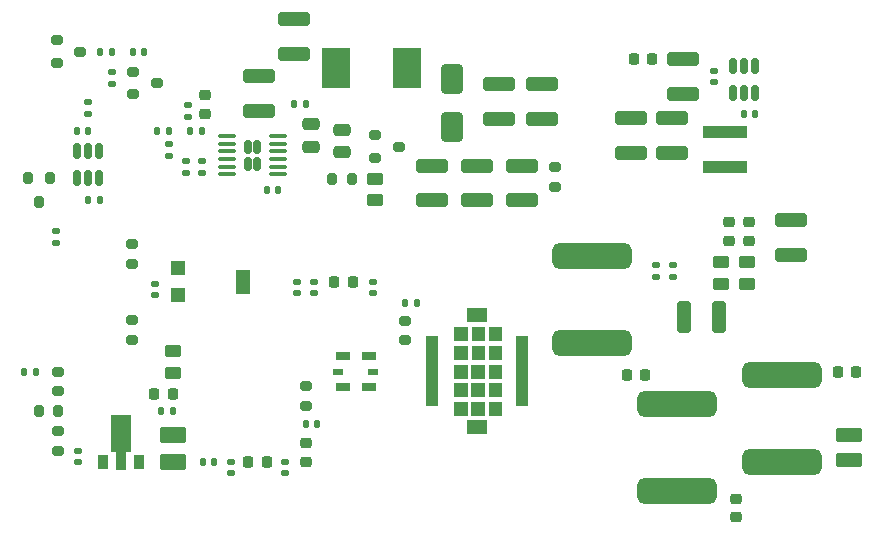
<source format=gtp>
%TF.GenerationSoftware,KiCad,Pcbnew,7.0.1*%
%TF.CreationDate,2023-07-29T01:53:36-07:00*%
%TF.ProjectId,FET_Amplifier_HW,4645545f-416d-4706-9c69-666965725f48,rev?*%
%TF.SameCoordinates,PX4b571c0PY5a995c0*%
%TF.FileFunction,Paste,Top*%
%TF.FilePolarity,Positive*%
%FSLAX46Y46*%
G04 Gerber Fmt 4.6, Leading zero omitted, Abs format (unit mm)*
G04 Created by KiCad (PCBNEW 7.0.1) date 2023-07-29 01:53:36*
%MOMM*%
%LPD*%
G01*
G04 APERTURE LIST*
G04 Aperture macros list*
%AMRoundRect*
0 Rectangle with rounded corners*
0 $1 Rounding radius*
0 $2 $3 $4 $5 $6 $7 $8 $9 X,Y pos of 4 corners*
0 Add a 4 corners polygon primitive as box body*
4,1,4,$2,$3,$4,$5,$6,$7,$8,$9,$2,$3,0*
0 Add four circle primitives for the rounded corners*
1,1,$1+$1,$2,$3*
1,1,$1+$1,$4,$5*
1,1,$1+$1,$6,$7*
1,1,$1+$1,$8,$9*
0 Add four rect primitives between the rounded corners*
20,1,$1+$1,$2,$3,$4,$5,0*
20,1,$1+$1,$4,$5,$6,$7,0*
20,1,$1+$1,$6,$7,$8,$9,0*
20,1,$1+$1,$8,$9,$2,$3,0*%
%AMFreePoly0*
4,1,9,3.862500,-0.866500,0.737500,-0.866500,0.737500,-0.450000,-0.737500,-0.450000,-0.737500,0.450000,0.737500,0.450000,0.737500,0.866500,3.862500,0.866500,3.862500,-0.866500,3.862500,-0.866500,$1*%
G04 Aperture macros list end*
%ADD10C,0.120000*%
%ADD11RoundRect,0.225000X0.250000X-0.225000X0.250000X0.225000X-0.250000X0.225000X-0.250000X-0.225000X0*%
%ADD12RoundRect,0.250000X0.850000X-0.375000X0.850000X0.375000X-0.850000X0.375000X-0.850000X-0.375000X0*%
%ADD13RoundRect,0.225000X0.225000X0.250000X-0.225000X0.250000X-0.225000X-0.250000X0.225000X-0.250000X0*%
%ADD14RoundRect,0.135000X-0.185000X0.135000X-0.185000X-0.135000X0.185000X-0.135000X0.185000X0.135000X0*%
%ADD15RoundRect,0.218750X-0.218750X-0.256250X0.218750X-0.256250X0.218750X0.256250X-0.218750X0.256250X0*%
%ADD16RoundRect,0.250000X-1.100000X0.325000X-1.100000X-0.325000X1.100000X-0.325000X1.100000X0.325000X0*%
%ADD17RoundRect,0.200000X0.200000X0.275000X-0.200000X0.275000X-0.200000X-0.275000X0.200000X-0.275000X0*%
%ADD18RoundRect,0.135000X0.135000X0.185000X-0.135000X0.185000X-0.135000X-0.185000X0.135000X-0.185000X0*%
%ADD19RoundRect,0.250000X1.100000X-0.325000X1.100000X0.325000X-1.100000X0.325000X-1.100000X-0.325000X0*%
%ADD20RoundRect,0.200000X-0.300000X-0.200000X0.300000X-0.200000X0.300000X0.200000X-0.300000X0.200000X0*%
%ADD21RoundRect,0.200000X0.275000X-0.200000X0.275000X0.200000X-0.275000X0.200000X-0.275000X-0.200000X0*%
%ADD22RoundRect,0.150000X0.150000X-0.512500X0.150000X0.512500X-0.150000X0.512500X-0.150000X-0.512500X0*%
%ADD23RoundRect,0.140000X-0.170000X0.140000X-0.170000X-0.140000X0.170000X-0.140000X0.170000X0.140000X0*%
%ADD24RoundRect,0.150000X-0.150000X0.512500X-0.150000X-0.512500X0.150000X-0.512500X0.150000X0.512500X0*%
%ADD25RoundRect,0.140000X0.140000X0.170000X-0.140000X0.170000X-0.140000X-0.170000X0.140000X-0.170000X0*%
%ADD26R,1.300000X1.300000*%
%ADD27R,1.300000X2.000000*%
%ADD28R,0.900000X1.300000*%
%ADD29FreePoly0,90.000000*%
%ADD30RoundRect,0.135000X0.185000X-0.135000X0.185000X0.135000X-0.185000X0.135000X-0.185000X-0.135000X0*%
%ADD31RoundRect,0.200000X-0.275000X0.200000X-0.275000X-0.200000X0.275000X-0.200000X0.275000X0.200000X0*%
%ADD32RoundRect,0.218750X0.256250X-0.218750X0.256250X0.218750X-0.256250X0.218750X-0.256250X-0.218750X0*%
%ADD33RoundRect,0.140000X0.170000X-0.140000X0.170000X0.140000X-0.170000X0.140000X-0.170000X-0.140000X0*%
%ADD34RoundRect,0.250000X0.650000X-1.000000X0.650000X1.000000X-0.650000X1.000000X-0.650000X-1.000000X0*%
%ADD35RoundRect,0.100000X0.400000X-2.900000X0.400000X2.900000X-0.400000X2.900000X-0.400000X-2.900000X0*%
%ADD36R,1.700000X1.200000*%
%ADD37RoundRect,0.140000X-0.140000X-0.170000X0.140000X-0.170000X0.140000X0.170000X-0.140000X0.170000X0*%
%ADD38R,2.350000X3.500000*%
%ADD39RoundRect,0.200000X-0.200000X0.300000X-0.200000X-0.300000X0.200000X-0.300000X0.200000X0.300000X0*%
%ADD40RoundRect,0.250000X0.475000X-0.250000X0.475000X0.250000X-0.475000X0.250000X-0.475000X-0.250000X0*%
%ADD41RoundRect,0.250001X-0.849999X0.462499X-0.849999X-0.462499X0.849999X-0.462499X0.849999X0.462499X0*%
%ADD42RoundRect,0.135000X-0.135000X-0.185000X0.135000X-0.185000X0.135000X0.185000X-0.135000X0.185000X0*%
%ADD43RoundRect,0.250000X-0.450000X0.262500X-0.450000X-0.262500X0.450000X-0.262500X0.450000X0.262500X0*%
%ADD44RoundRect,0.540000X-2.825000X0.540000X-2.825000X-0.540000X2.825000X-0.540000X2.825000X0.540000X0*%
%ADD45RoundRect,0.250000X0.450000X-0.262500X0.450000X0.262500X-0.450000X0.262500X-0.450000X-0.262500X0*%
%ADD46RoundRect,0.250000X-0.325000X-1.100000X0.325000X-1.100000X0.325000X1.100000X-0.325000X1.100000X0*%
%ADD47RoundRect,0.225000X-0.250000X0.225000X-0.250000X-0.225000X0.250000X-0.225000X0.250000X0.225000X0*%
%ADD48RoundRect,0.540000X2.825000X-0.540000X2.825000X0.540000X-2.825000X0.540000X-2.825000X-0.540000X0*%
%ADD49R,3.700000X1.100000*%
%ADD50RoundRect,0.200000X-0.200000X-0.275000X0.200000X-0.275000X0.200000X0.275000X-0.200000X0.275000X0*%
%ADD51RoundRect,0.015000X-0.410000X-0.210000X0.410000X-0.210000X0.410000X0.210000X-0.410000X0.210000X0*%
%ADD52RoundRect,0.045000X-0.580000X-0.280000X0.580000X-0.280000X0.580000X0.280000X-0.580000X0.280000X0*%
%ADD53RoundRect,0.167500X-0.167500X-0.407500X0.167500X-0.407500X0.167500X0.407500X-0.167500X0.407500X0*%
%ADD54RoundRect,0.100000X-0.625000X-0.100000X0.625000X-0.100000X0.625000X0.100000X-0.625000X0.100000X0*%
G04 APERTURE END LIST*
D10*
%TO.C,Q1*%
X43550000Y10800000D02*
X44600000Y10800000D01*
X44600000Y10800000D02*
X44600000Y11900000D01*
X44600000Y11900000D02*
X43550000Y11900000D01*
X43550000Y11900000D02*
X43550000Y10800000D01*
G36*
X43550000Y10800000D02*
G01*
X44600000Y10800000D01*
X44600000Y11900000D01*
X43550000Y11900000D01*
X43550000Y10800000D01*
G37*
X44975000Y10800000D02*
X46025000Y10800000D01*
X46025000Y10800000D02*
X46025000Y11900000D01*
X46025000Y11900000D02*
X44975000Y11900000D01*
X44975000Y11900000D02*
X44975000Y10800000D01*
G36*
X44975000Y10800000D02*
G01*
X46025000Y10800000D01*
X46025000Y11900000D01*
X44975000Y11900000D01*
X44975000Y10800000D01*
G37*
X46450000Y10800000D02*
X47500000Y10800000D01*
X47500000Y10800000D02*
X47500000Y11900000D01*
X47500000Y11900000D02*
X46450000Y11900000D01*
X46450000Y11900000D02*
X46450000Y10800000D01*
G36*
X46450000Y10800000D02*
G01*
X47500000Y10800000D01*
X47500000Y11900000D01*
X46450000Y11900000D01*
X46450000Y10800000D01*
G37*
X43550000Y12400000D02*
X44600000Y12400000D01*
X44600000Y12400000D02*
X44600000Y13500000D01*
X44600000Y13500000D02*
X43550000Y13500000D01*
X43550000Y13500000D02*
X43550000Y12400000D01*
G36*
X43550000Y12400000D02*
G01*
X44600000Y12400000D01*
X44600000Y13500000D01*
X43550000Y13500000D01*
X43550000Y12400000D01*
G37*
X44975000Y12400000D02*
X46025000Y12400000D01*
X46025000Y12400000D02*
X46025000Y13500000D01*
X46025000Y13500000D02*
X44975000Y13500000D01*
X44975000Y13500000D02*
X44975000Y12400000D01*
G36*
X44975000Y12400000D02*
G01*
X46025000Y12400000D01*
X46025000Y13500000D01*
X44975000Y13500000D01*
X44975000Y12400000D01*
G37*
X46450000Y12400000D02*
X47500000Y12400000D01*
X47500000Y12400000D02*
X47500000Y13500000D01*
X47500000Y13500000D02*
X46450000Y13500000D01*
X46450000Y13500000D02*
X46450000Y12400000D01*
G36*
X46450000Y12400000D02*
G01*
X47500000Y12400000D01*
X47500000Y13500000D01*
X46450000Y13500000D01*
X46450000Y12400000D01*
G37*
X43550000Y14000000D02*
X44600000Y14000000D01*
X44600000Y14000000D02*
X44600000Y15100000D01*
X44600000Y15100000D02*
X43550000Y15100000D01*
X43550000Y15100000D02*
X43550000Y14000000D01*
G36*
X43550000Y14000000D02*
G01*
X44600000Y14000000D01*
X44600000Y15100000D01*
X43550000Y15100000D01*
X43550000Y14000000D01*
G37*
X44975000Y14000000D02*
X46025000Y14000000D01*
X46025000Y14000000D02*
X46025000Y15100000D01*
X46025000Y15100000D02*
X44975000Y15100000D01*
X44975000Y15100000D02*
X44975000Y14000000D01*
G36*
X44975000Y14000000D02*
G01*
X46025000Y14000000D01*
X46025000Y15100000D01*
X44975000Y15100000D01*
X44975000Y14000000D01*
G37*
X46450000Y14000000D02*
X47500000Y14000000D01*
X47500000Y14000000D02*
X47500000Y15100000D01*
X47500000Y15100000D02*
X46450000Y15100000D01*
X46450000Y15100000D02*
X46450000Y14000000D01*
G36*
X46450000Y14000000D02*
G01*
X47500000Y14000000D01*
X47500000Y15100000D01*
X46450000Y15100000D01*
X46450000Y14000000D01*
G37*
X44600000Y16700000D02*
X43550000Y16700000D01*
X43550000Y16700000D02*
X43550000Y15600000D01*
X43550000Y15600000D02*
X44600000Y15600000D01*
X44600000Y15600000D02*
X44600000Y16700000D01*
G36*
X44600000Y16700000D02*
G01*
X43550000Y16700000D01*
X43550000Y15600000D01*
X44600000Y15600000D01*
X44600000Y16700000D01*
G37*
X46075000Y16700000D02*
X45025000Y16700000D01*
X45025000Y16700000D02*
X45025000Y15600000D01*
X45025000Y15600000D02*
X46075000Y15600000D01*
X46075000Y15600000D02*
X46075000Y16700000D01*
G36*
X46075000Y16700000D02*
G01*
X45025000Y16700000D01*
X45025000Y15600000D01*
X46075000Y15600000D01*
X46075000Y16700000D01*
G37*
X47500000Y16700000D02*
X46450000Y16700000D01*
X46450000Y16700000D02*
X46450000Y15600000D01*
X46450000Y15600000D02*
X47500000Y15600000D01*
X47500000Y15600000D02*
X47500000Y16700000D01*
G36*
X47500000Y16700000D02*
G01*
X46450000Y16700000D01*
X46450000Y15600000D01*
X47500000Y15600000D01*
X47500000Y16700000D01*
G37*
X44600000Y18300000D02*
X43550000Y18300000D01*
X43550000Y18300000D02*
X43550000Y17200000D01*
X43550000Y17200000D02*
X44600000Y17200000D01*
X44600000Y17200000D02*
X44600000Y18300000D01*
G36*
X44600000Y18300000D02*
G01*
X43550000Y18300000D01*
X43550000Y17200000D01*
X44600000Y17200000D01*
X44600000Y18300000D01*
G37*
X46075000Y18300000D02*
X45025000Y18300000D01*
X45025000Y18300000D02*
X45025000Y17200000D01*
X45025000Y17200000D02*
X46075000Y17200000D01*
X46075000Y17200000D02*
X46075000Y18300000D01*
G36*
X46075000Y18300000D02*
G01*
X45025000Y18300000D01*
X45025000Y17200000D01*
X46075000Y17200000D01*
X46075000Y18300000D01*
G37*
X47500000Y18300000D02*
X46450000Y18300000D01*
X46450000Y18300000D02*
X46450000Y17200000D01*
X46450000Y17200000D02*
X47500000Y17200000D01*
X47500000Y17200000D02*
X47500000Y18300000D01*
G36*
X47500000Y18300000D02*
G01*
X46450000Y18300000D01*
X46450000Y17200000D01*
X47500000Y17200000D01*
X47500000Y18300000D01*
G37*
%TD*%
D11*
%TO.C,C18*%
X22450000Y36350000D03*
X22450000Y37900000D03*
%TD*%
D12*
%TO.C,L5*%
X77000000Y7000000D03*
X77000000Y9150000D03*
%TD*%
D13*
%TO.C,C11*%
X59700000Y14200000D03*
X58150000Y14200000D03*
%TD*%
D14*
%TO.C,R16*%
X19420000Y33800000D03*
X19420000Y32780000D03*
%TD*%
D15*
%TO.C,FB1*%
X33375000Y22100000D03*
X34950000Y22100000D03*
%TD*%
D16*
%TO.C,C26*%
X41670000Y31950000D03*
X41670000Y29000000D03*
%TD*%
D14*
%TO.C,R5*%
X12550000Y37310000D03*
X12550000Y36290000D03*
%TD*%
D17*
%TO.C,R17*%
X34870000Y30850000D03*
X33220000Y30850000D03*
%TD*%
D18*
%TO.C,R8*%
X14600000Y41600000D03*
X13580000Y41600000D03*
%TD*%
D19*
%TO.C,C34*%
X58475000Y33000000D03*
X58475000Y35950000D03*
%TD*%
%TO.C,C10*%
X72100000Y24350000D03*
X72100000Y27300000D03*
%TD*%
D14*
%TO.C,R11*%
X9850000Y26450000D03*
X9850000Y25430000D03*
%TD*%
D20*
%TO.C,Q4*%
X16350000Y39870000D03*
X16350000Y37970000D03*
X18350000Y38920000D03*
%TD*%
D21*
%TO.C,R1*%
X39400000Y17175000D03*
X39400000Y18825000D03*
%TD*%
D22*
%TO.C,U1*%
X11600000Y30900000D03*
X12550000Y30900000D03*
X13500000Y30900000D03*
X13500000Y33175000D03*
X12550000Y33175000D03*
X11600000Y33175000D03*
%TD*%
D23*
%TO.C,C17*%
X20820000Y32300000D03*
X20820000Y31340000D03*
%TD*%
D24*
%TO.C,U3*%
X69025000Y40350000D03*
X68075000Y40350000D03*
X67125000Y40350000D03*
X67125000Y38075000D03*
X68075000Y38075000D03*
X69025000Y38075000D03*
%TD*%
D25*
%TO.C,C40*%
X23210000Y6850000D03*
X22250000Y6850000D03*
%TD*%
D21*
%TO.C,R2*%
X30980000Y11600000D03*
X30980000Y13250000D03*
%TD*%
D23*
%TO.C,C8*%
X60650000Y23500000D03*
X60650000Y22540000D03*
%TD*%
D26*
%TO.C,RV1*%
X20200000Y23250000D03*
D27*
X25700000Y22100000D03*
D26*
X20200000Y20950000D03*
%TD*%
D28*
%TO.C,U4*%
X13850000Y6850000D03*
D29*
X15350000Y6937500D03*
D28*
X16850000Y6850000D03*
%TD*%
D23*
%TO.C,C31*%
X31650000Y22100000D03*
X31650000Y21140000D03*
%TD*%
D30*
%TO.C,R7*%
X14600000Y38850000D03*
X14600000Y39870000D03*
%TD*%
D23*
%TO.C,C6*%
X36650000Y22100000D03*
X36650000Y21140000D03*
%TD*%
D31*
%TO.C,R12*%
X10000000Y14500000D03*
X10000000Y12850000D03*
%TD*%
D15*
%TO.C,FB4*%
X58750000Y40950000D03*
X60325000Y40950000D03*
%TD*%
D32*
%TO.C,FB3*%
X68500000Y25600000D03*
X68500000Y27175000D03*
%TD*%
D33*
%TO.C,C19*%
X21020000Y36100000D03*
X21020000Y37060000D03*
%TD*%
D34*
%TO.C,D1*%
X43320000Y35250000D03*
X43320000Y39250000D03*
%TD*%
D35*
%TO.C,Q1*%
X49300000Y14550000D03*
X41700000Y14550000D03*
D36*
X45500000Y9800000D03*
X45500000Y19300000D03*
%TD*%
D37*
%TO.C,C5*%
X39400000Y20300000D03*
X40360000Y20300000D03*
%TD*%
D21*
%TO.C,R19*%
X16250000Y23650000D03*
X16250000Y25300000D03*
%TD*%
D38*
%TO.C,L7*%
X33520000Y40250000D03*
X39570000Y40250000D03*
%TD*%
D39*
%TO.C,Q2*%
X9350000Y30900000D03*
X7450000Y30900000D03*
X8400000Y28900000D03*
%TD*%
D40*
%TO.C,C22*%
X31420000Y33550000D03*
X31420000Y35450000D03*
%TD*%
D41*
%TO.C,L9*%
X19700000Y9175000D03*
X19700000Y6850000D03*
%TD*%
D37*
%TO.C,C4*%
X30980000Y10050000D03*
X31940000Y10050000D03*
%TD*%
D33*
%TO.C,C41*%
X11700000Y6840000D03*
X11700000Y7800000D03*
%TD*%
D25*
%TO.C,C16*%
X17310000Y41600000D03*
X16350000Y41600000D03*
%TD*%
D31*
%TO.C,R21*%
X52070000Y31800000D03*
X52070000Y30150000D03*
%TD*%
D23*
%TO.C,C37*%
X65525000Y39950000D03*
X65525000Y38990000D03*
%TD*%
D18*
%TO.C,R20*%
X19420000Y34900000D03*
X18400000Y34900000D03*
%TD*%
D37*
%TO.C,C39*%
X18740000Y11150000D03*
X19700000Y11150000D03*
%TD*%
D32*
%TO.C,L2*%
X30980000Y6875000D03*
X30980000Y8450000D03*
%TD*%
D42*
%TO.C,R6*%
X12550000Y29050000D03*
X13570000Y29050000D03*
%TD*%
D43*
%TO.C,R4*%
X66100000Y23750000D03*
X66100000Y21925000D03*
%TD*%
D25*
%TO.C,C1*%
X8110000Y14500000D03*
X7150000Y14500000D03*
%TD*%
D15*
%TO.C,L1*%
X26105000Y6850000D03*
X27680000Y6850000D03*
%TD*%
D20*
%TO.C,Q5*%
X36870000Y34500000D03*
X36870000Y32600000D03*
X38870000Y33550000D03*
%TD*%
D30*
%TO.C,R9*%
X22220000Y31330000D03*
X22220000Y32350000D03*
%TD*%
D44*
%TO.C,L4*%
X62400000Y11800000D03*
X62400000Y4430000D03*
%TD*%
D40*
%TO.C,C21*%
X34070000Y33100000D03*
X34070000Y35000000D03*
%TD*%
D16*
%TO.C,C29*%
X49320000Y31950000D03*
X49320000Y29000000D03*
%TD*%
D19*
%TO.C,C32*%
X50970000Y35900000D03*
X50970000Y38850000D03*
%TD*%
D45*
%TO.C,R18*%
X36870000Y29025000D03*
X36870000Y30850000D03*
%TD*%
D25*
%TO.C,C20*%
X30980000Y37150000D03*
X30020000Y37150000D03*
%TD*%
D16*
%TO.C,C27*%
X45470000Y31950000D03*
X45470000Y29000000D03*
%TD*%
D46*
%TO.C,C14*%
X63000000Y19150000D03*
X65950000Y19150000D03*
%TD*%
D19*
%TO.C,C28*%
X47370000Y35900000D03*
X47370000Y38850000D03*
%TD*%
%TO.C,C36*%
X62925000Y38000000D03*
X62925000Y40950000D03*
%TD*%
D33*
%TO.C,C30*%
X18200000Y20950000D03*
X18200000Y21910000D03*
%TD*%
D31*
%TO.C,R10*%
X16250000Y18850000D03*
X16250000Y17200000D03*
%TD*%
D19*
%TO.C,C25*%
X30000000Y41400000D03*
X30000000Y44350000D03*
%TD*%
D47*
%TO.C,C12*%
X67400000Y3750000D03*
X67400000Y2200000D03*
%TD*%
D43*
%TO.C,R3*%
X68300000Y23750000D03*
X68300000Y21925000D03*
%TD*%
D37*
%TO.C,C15*%
X11590000Y34900000D03*
X12550000Y34900000D03*
%TD*%
D48*
%TO.C,L6*%
X71300000Y6830000D03*
X71300000Y14200000D03*
%TD*%
D31*
%TO.C,R14*%
X10000000Y9450000D03*
X10000000Y7800000D03*
%TD*%
D23*
%TO.C,C9*%
X62100000Y23500000D03*
X62100000Y22540000D03*
%TD*%
D37*
%TO.C,C33*%
X68075000Y36350000D03*
X69035000Y36350000D03*
%TD*%
D13*
%TO.C,C13*%
X77575000Y14500000D03*
X76025000Y14500000D03*
%TD*%
D49*
%TO.C,L8*%
X66475000Y34800000D03*
X66475000Y31800000D03*
%TD*%
D20*
%TO.C,Q3*%
X9900000Y42550000D03*
X9900000Y40650000D03*
X11900000Y41600000D03*
%TD*%
D50*
%TO.C,R13*%
X8350000Y11150000D03*
X10000000Y11150000D03*
%TD*%
D25*
%TO.C,C24*%
X28620000Y29900000D03*
X27660000Y29900000D03*
%TD*%
D19*
%TO.C,C35*%
X62025000Y33000000D03*
X62025000Y35950000D03*
%TD*%
D32*
%TO.C,FB2*%
X66800000Y25600000D03*
X66800000Y27175000D03*
%TD*%
D23*
%TO.C,C3*%
X29230000Y6850000D03*
X29230000Y5890000D03*
%TD*%
%TO.C,C7*%
X30250000Y22100000D03*
X30250000Y21140000D03*
%TD*%
D13*
%TO.C,C38*%
X19700000Y12650000D03*
X18150000Y12650000D03*
%TD*%
D44*
%TO.C,L3*%
X55250000Y24320000D03*
X55250000Y16950000D03*
%TD*%
D42*
%TO.C,R15*%
X21200000Y34900000D03*
X22220000Y34900000D03*
%TD*%
D23*
%TO.C,C2*%
X24680000Y6850000D03*
X24680000Y5890000D03*
%TD*%
D16*
%TO.C,C23*%
X27000000Y39500000D03*
X27000000Y36550000D03*
%TD*%
D51*
%TO.C,J4*%
X33700000Y14500000D03*
X36700000Y14500000D03*
D52*
X34100000Y15800000D03*
X34100000Y13200000D03*
X36300000Y15800000D03*
X36300000Y13200000D03*
%TD*%
D45*
%TO.C,R22*%
X19700000Y14400000D03*
X19700000Y16225000D03*
%TD*%
D53*
%TO.C,U2*%
X26060000Y33535000D03*
X26060000Y32115000D03*
X26880000Y33535000D03*
X26880000Y32115000D03*
D54*
X24320000Y34450000D03*
X24320000Y33800000D03*
X24320000Y33150000D03*
X24320000Y32500000D03*
X24320000Y31850000D03*
X24320000Y31200000D03*
X28620000Y31200000D03*
X28620000Y31850000D03*
X28620000Y32500000D03*
X28620000Y33150000D03*
X28620000Y33800000D03*
X28620000Y34450000D03*
%TD*%
M02*

</source>
